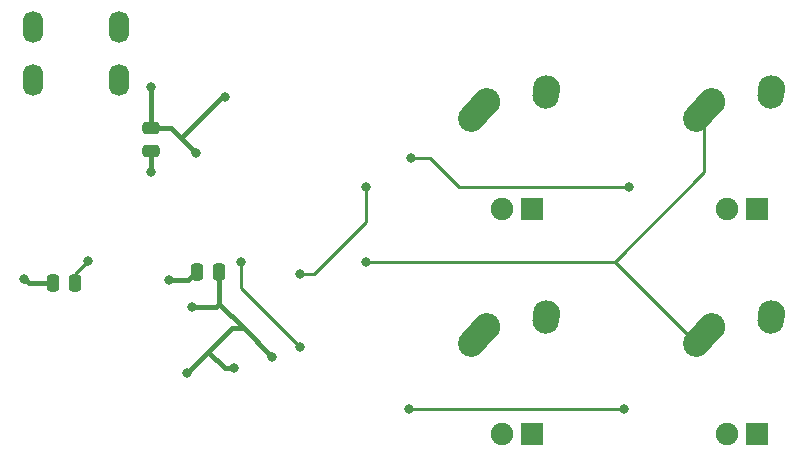
<source format=gbr>
%TF.GenerationSoftware,KiCad,Pcbnew,7.0.5-0*%
%TF.CreationDate,2023-07-02T04:04:51-04:00*%
%TF.ProjectId,Tutorial,5475746f-7269-4616-9c2e-6b696361645f,rev?*%
%TF.SameCoordinates,Original*%
%TF.FileFunction,Copper,L2,Bot*%
%TF.FilePolarity,Positive*%
%FSLAX46Y46*%
G04 Gerber Fmt 4.6, Leading zero omitted, Abs format (unit mm)*
G04 Created by KiCad (PCBNEW 7.0.5-0) date 2023-07-02 04:04:51*
%MOMM*%
%LPD*%
G01*
G04 APERTURE LIST*
G04 Aperture macros list*
%AMRoundRect*
0 Rectangle with rounded corners*
0 $1 Rounding radius*
0 $2 $3 $4 $5 $6 $7 $8 $9 X,Y pos of 4 corners*
0 Add a 4 corners polygon primitive as box body*
4,1,4,$2,$3,$4,$5,$6,$7,$8,$9,$2,$3,0*
0 Add four circle primitives for the rounded corners*
1,1,$1+$1,$2,$3*
1,1,$1+$1,$4,$5*
1,1,$1+$1,$6,$7*
1,1,$1+$1,$8,$9*
0 Add four rect primitives between the rounded corners*
20,1,$1+$1,$2,$3,$4,$5,0*
20,1,$1+$1,$4,$5,$6,$7,0*
20,1,$1+$1,$6,$7,$8,$9,0*
20,1,$1+$1,$8,$9,$2,$3,0*%
%AMHorizOval*
0 Thick line with rounded ends*
0 $1 width*
0 $2 $3 position (X,Y) of the first rounded end (center of the circle)*
0 $4 $5 position (X,Y) of the second rounded end (center of the circle)*
0 Add line between two ends*
20,1,$1,$2,$3,$4,$5,0*
0 Add two circle primitives to create the rounded ends*
1,1,$1,$2,$3*
1,1,$1,$4,$5*%
G04 Aperture macros list end*
%TA.AperFunction,ComponentPad*%
%ADD10HorizOval,2.250000X0.655008X0.729993X-0.655008X-0.729993X0*%
%TD*%
%TA.AperFunction,ComponentPad*%
%ADD11C,2.250000*%
%TD*%
%TA.AperFunction,ComponentPad*%
%ADD12HorizOval,2.250000X0.020004X0.290000X-0.020004X-0.290000X0*%
%TD*%
%TA.AperFunction,ComponentPad*%
%ADD13C,1.905000*%
%TD*%
%TA.AperFunction,ComponentPad*%
%ADD14R,1.905000X1.905000*%
%TD*%
%TA.AperFunction,ComponentPad*%
%ADD15O,1.700000X2.700000*%
%TD*%
%TA.AperFunction,SMDPad,CuDef*%
%ADD16RoundRect,0.250000X0.475000X-0.250000X0.475000X0.250000X-0.475000X0.250000X-0.475000X-0.250000X0*%
%TD*%
%TA.AperFunction,SMDPad,CuDef*%
%ADD17RoundRect,0.250000X0.250000X0.475000X-0.250000X0.475000X-0.250000X-0.475000X0.250000X-0.475000X0*%
%TD*%
%TA.AperFunction,SMDPad,CuDef*%
%ADD18RoundRect,0.250000X-0.250000X-0.475000X0.250000X-0.475000X0.250000X0.475000X-0.250000X0.475000X0*%
%TD*%
%TA.AperFunction,ViaPad*%
%ADD19C,0.800000*%
%TD*%
%TA.AperFunction,Conductor*%
%ADD20C,0.254000*%
%TD*%
%TA.AperFunction,Conductor*%
%ADD21C,0.381000*%
%TD*%
G04 APERTURE END LIST*
D10*
%TO.P,MX1,1,COL*%
%TO.N,COL0*%
X109557508Y-45942507D03*
D11*
X110212500Y-45212500D03*
D12*
%TO.P,MX1,2,ROW*%
%TO.N,Net-(D1-A)*%
X115232504Y-44422500D03*
D11*
X115252500Y-44132500D03*
D13*
%TO.P,MX1,3*%
%TO.N,N/C*%
X111442500Y-54292500D03*
D14*
%TO.P,MX1,4*%
X113982500Y-54292500D03*
%TD*%
D10*
%TO.P,MX2,1,COL*%
%TO.N,COL1*%
X128607508Y-45942507D03*
D11*
X129262500Y-45212500D03*
D12*
%TO.P,MX2,2,ROW*%
%TO.N,Net-(D2-A)*%
X134282504Y-44422500D03*
D11*
X134302500Y-44132500D03*
D13*
%TO.P,MX2,3*%
%TO.N,N/C*%
X130492500Y-54292500D03*
D14*
%TO.P,MX2,4*%
X133032500Y-54292500D03*
%TD*%
D10*
%TO.P,MX3,1,COL*%
%TO.N,COL0*%
X109557508Y-64992507D03*
D11*
X110212500Y-64262500D03*
D12*
%TO.P,MX3,2,ROW*%
%TO.N,Net-(D3-A)*%
X115232504Y-63472500D03*
D11*
X115252500Y-63182500D03*
D13*
%TO.P,MX3,3*%
%TO.N,N/C*%
X111442500Y-73342500D03*
D14*
%TO.P,MX3,4*%
X113982500Y-73342500D03*
%TD*%
D10*
%TO.P,MX4,1,COL*%
%TO.N,COL1*%
X128607508Y-64992507D03*
D11*
X129262500Y-64262500D03*
D12*
%TO.P,MX4,2,ROW*%
%TO.N,Net-(D4-A)*%
X134282504Y-63472500D03*
D11*
X134302500Y-63182500D03*
D13*
%TO.P,MX4,3*%
%TO.N,N/C*%
X130492500Y-73342500D03*
D14*
%TO.P,MX4,4*%
X133032500Y-73342500D03*
%TD*%
D15*
%TO.P,USB1,6,SHIELD*%
%TO.N,GND*%
X79056250Y-38893750D03*
X71756250Y-38893750D03*
X79056250Y-43393750D03*
X71756250Y-43393750D03*
%TD*%
D16*
%TO.P,C5,1*%
%TO.N,+5V*%
X81756250Y-49368750D03*
%TO.P,C5,2*%
%TO.N,GND*%
X81756250Y-47468750D03*
%TD*%
D17*
%TO.P,C1,1*%
%TO.N,Net-(U1-UCAP)*%
X75350000Y-60600000D03*
%TO.P,C1,2*%
%TO.N,GND*%
X73450000Y-60600000D03*
%TD*%
D18*
%TO.P,C4,1*%
%TO.N,+5V*%
X85650000Y-59600000D03*
%TO.P,C4,2*%
%TO.N,GND*%
X87550000Y-59600000D03*
%TD*%
D19*
%TO.N,Net-(U1-UCAP)*%
X76409454Y-58744161D03*
%TO.N,GND*%
X71000000Y-60200000D03*
X81800000Y-44000000D03*
X84800000Y-68200000D03*
X92000000Y-66800000D03*
X85600000Y-49600000D03*
X88800000Y-67800000D03*
X88000000Y-44800000D03*
X85200000Y-62600000D03*
%TO.N,+5V*%
X83312500Y-60312500D03*
X81800000Y-51200000D03*
%TO.N,ROW0*%
X100000000Y-52400000D03*
X122200000Y-52400000D03*
X94400000Y-59800000D03*
X103800000Y-50000000D03*
%TO.N,ROW1*%
X121800000Y-71200000D03*
X103600000Y-71200000D03*
X89400000Y-58800000D03*
X94400000Y-66000000D03*
%TO.N,COL1*%
X100000000Y-58800000D03*
%TD*%
D20*
%TO.N,Net-(U1-UCAP)*%
X75350000Y-59803615D02*
X75350000Y-60600000D01*
X76409454Y-58744161D02*
X75350000Y-59803615D01*
D21*
%TO.N,GND*%
X88600000Y-64400000D02*
X89600000Y-64400000D01*
X87300000Y-62600000D02*
X87550000Y-62350000D01*
X86600000Y-66400000D02*
X88600000Y-64400000D01*
X88000000Y-67800000D02*
X88800000Y-67800000D01*
X84300000Y-48300000D02*
X87800000Y-44800000D01*
X89600000Y-64400000D02*
X92000000Y-66800000D01*
X81756250Y-44043750D02*
X81800000Y-44000000D01*
X71400000Y-60600000D02*
X71000000Y-60200000D01*
X84800000Y-68200000D02*
X86600000Y-66400000D01*
X81756250Y-47468750D02*
X81756250Y-44043750D01*
X83468750Y-47468750D02*
X81756250Y-47468750D01*
X87550000Y-62350000D02*
X89600000Y-64400000D01*
X85600000Y-49600000D02*
X84300000Y-48300000D01*
X86600000Y-66400000D02*
X88000000Y-67800000D01*
X87800000Y-44800000D02*
X88000000Y-44800000D01*
X73450000Y-60600000D02*
X71400000Y-60600000D01*
X84300000Y-48300000D02*
X83468750Y-47468750D01*
X87550000Y-59600000D02*
X87550000Y-62350000D01*
X85200000Y-62600000D02*
X87300000Y-62600000D01*
%TO.N,+5V*%
X81800000Y-49412500D02*
X81756250Y-49368750D01*
X83312500Y-60312500D02*
X84937500Y-60312500D01*
X84937500Y-60312500D02*
X85650000Y-59600000D01*
X81800000Y-51200000D02*
X81800000Y-49412500D01*
D20*
%TO.N,ROW0*%
X108800000Y-52400000D02*
X122200000Y-52400000D01*
X107200000Y-51800000D02*
X107800000Y-52400000D01*
X100000000Y-55400000D02*
X100000000Y-52400000D01*
X103800000Y-50000000D02*
X105400000Y-50000000D01*
X107800000Y-52400000D02*
X108800000Y-52400000D01*
X105400000Y-50000000D02*
X107200000Y-51800000D01*
X95600000Y-59800000D02*
X100000000Y-55400000D01*
X94400000Y-59800000D02*
X95600000Y-59800000D01*
%TO.N,ROW1*%
X91200000Y-62800000D02*
X89800000Y-61400000D01*
X121800000Y-71200000D02*
X103600000Y-71200000D01*
X94400000Y-66000000D02*
X91200000Y-62800000D01*
X89400000Y-61000000D02*
X89400000Y-58800000D01*
X89800000Y-61400000D02*
X89400000Y-61000000D01*
%TO.N,COL0*%
X110212500Y-64262500D02*
X110212500Y-64412500D01*
X110212500Y-64412500D02*
X108902500Y-65722500D01*
%TO.N,COL1*%
X128600000Y-47320000D02*
X127952500Y-46672500D01*
X128600000Y-51200000D02*
X128600000Y-47320000D01*
X100000000Y-58800000D02*
X121030000Y-58800000D01*
X121030000Y-58800000D02*
X127952500Y-65722500D01*
X121030000Y-58800000D02*
X121030000Y-58770000D01*
X121030000Y-58770000D02*
X128600000Y-51200000D01*
%TD*%
M02*

</source>
